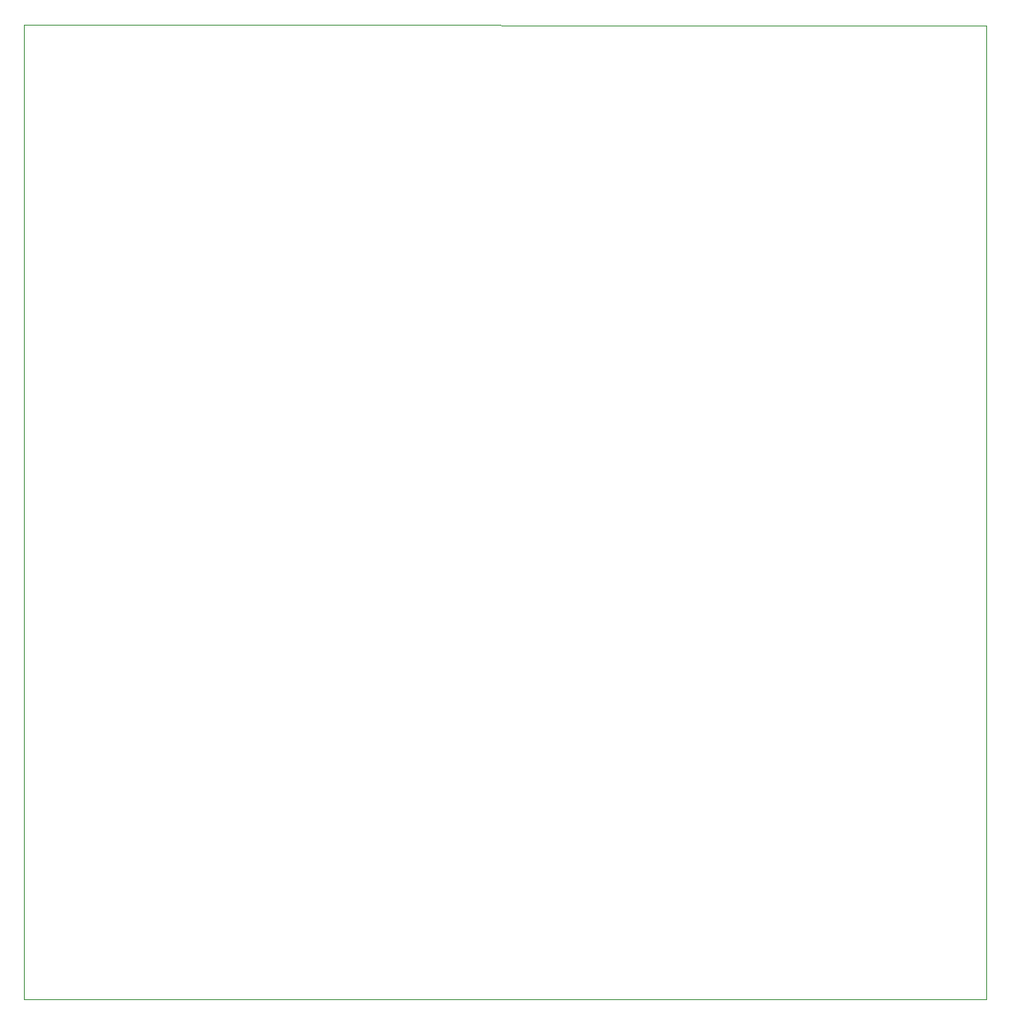
<source format=gbr>
G04 #@! TF.GenerationSoftware,KiCad,Pcbnew,5.1.5-1.fc31*
G04 #@! TF.CreationDate,2020-04-14T19:36:42+03:00*
G04 #@! TF.ProjectId,CBS logic with variable blend,43425320-6c6f-4676-9963-207769746820,rev?*
G04 #@! TF.SameCoordinates,Original*
G04 #@! TF.FileFunction,Profile,NP*
%FSLAX46Y46*%
G04 Gerber Fmt 4.6, Leading zero omitted, Abs format (unit mm)*
G04 Created by KiCad (PCBNEW 5.1.5-1.fc31) date 2020-04-14 19:36:42*
%MOMM*%
%LPD*%
G04 APERTURE LIST*
%ADD10C,0.050000*%
G04 APERTURE END LIST*
D10*
X95000000Y-150000000D02*
X95000000Y-50000000D01*
X193802000Y-150000000D02*
X95000000Y-150000000D01*
X193802000Y-50038000D02*
X193802000Y-150000000D01*
X95000000Y-50000000D02*
X193802000Y-50038000D01*
M02*

</source>
